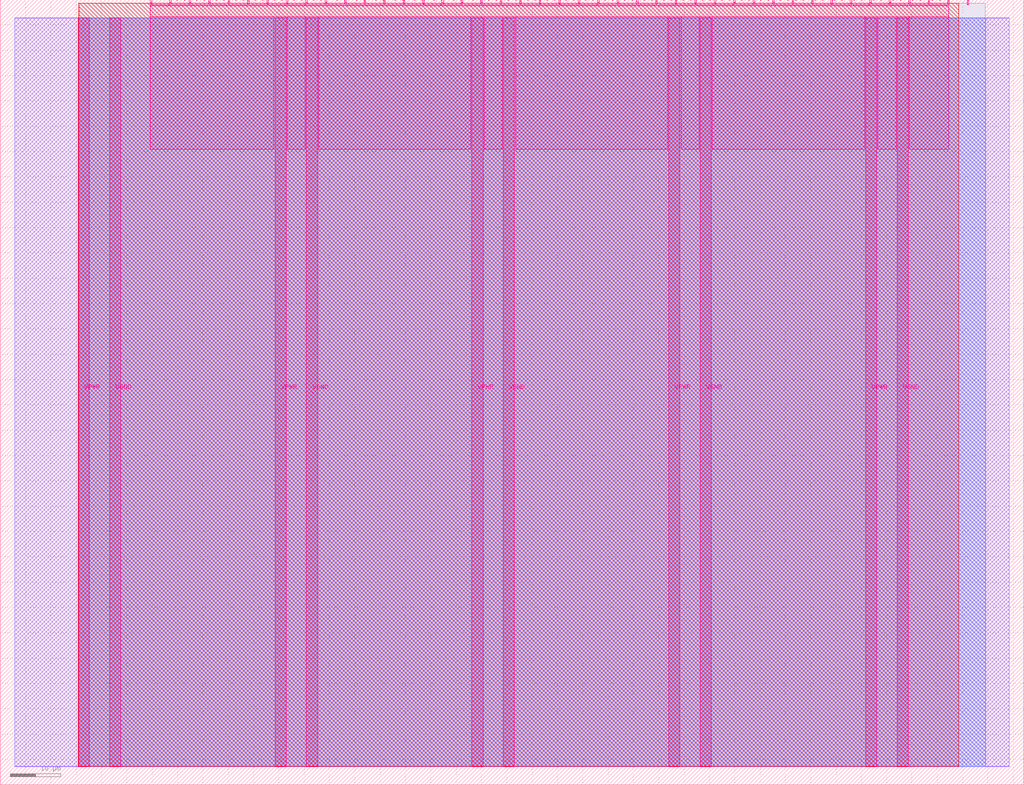
<source format=lef>
VERSION 5.7 ;
  NOWIREEXTENSIONATPIN ON ;
  DIVIDERCHAR "/" ;
  BUSBITCHARS "[]" ;
MACRO tt_um_juarez_jimenez
  CLASS BLOCK ;
  FOREIGN tt_um_juarez_jimenez ;
  ORIGIN 0.000 0.000 ;
  SIZE 202.080 BY 154.980 ;
  PIN VGND
    DIRECTION INOUT ;
    USE GROUND ;
    PORT
      LAYER Metal5 ;
        RECT 21.580 3.560 23.780 151.420 ;
    END
    PORT
      LAYER Metal5 ;
        RECT 60.450 3.560 62.650 151.420 ;
    END
    PORT
      LAYER Metal5 ;
        RECT 99.320 3.560 101.520 151.420 ;
    END
    PORT
      LAYER Metal5 ;
        RECT 138.190 3.560 140.390 151.420 ;
    END
    PORT
      LAYER Metal5 ;
        RECT 177.060 3.560 179.260 151.420 ;
    END
  END VGND
  PIN VPWR
    DIRECTION INOUT ;
    USE POWER ;
    PORT
      LAYER Metal5 ;
        RECT 15.380 3.560 17.580 151.420 ;
    END
    PORT
      LAYER Metal5 ;
        RECT 54.250 3.560 56.450 151.420 ;
    END
    PORT
      LAYER Metal5 ;
        RECT 93.120 3.560 95.320 151.420 ;
    END
    PORT
      LAYER Metal5 ;
        RECT 131.990 3.560 134.190 151.420 ;
    END
    PORT
      LAYER Metal5 ;
        RECT 170.860 3.560 173.060 151.420 ;
    END
  END VPWR
  PIN clk
    DIRECTION INPUT ;
    USE SIGNAL ;
    ANTENNAGATEAREA 0.213200 ;
    PORT
      LAYER Metal5 ;
        RECT 187.050 153.980 187.350 154.980 ;
    END
  END clk
  PIN ena
    DIRECTION INPUT ;
    USE SIGNAL ;
    PORT
      LAYER Metal5 ;
        RECT 190.890 153.980 191.190 154.980 ;
    END
  END ena
  PIN rst_n
    DIRECTION INPUT ;
    USE SIGNAL ;
    ANTENNAGATEAREA 0.527800 ;
    PORT
      LAYER Metal5 ;
        RECT 183.210 153.980 183.510 154.980 ;
    END
  END rst_n
  PIN ui_in[0]
    DIRECTION INPUT ;
    USE SIGNAL ;
    ANTENNAGATEAREA 0.180700 ;
    PORT
      LAYER Metal5 ;
        RECT 179.370 153.980 179.670 154.980 ;
    END
  END ui_in[0]
  PIN ui_in[1]
    DIRECTION INPUT ;
    USE SIGNAL ;
    ANTENNAGATEAREA 0.180700 ;
    PORT
      LAYER Metal5 ;
        RECT 175.530 153.980 175.830 154.980 ;
    END
  END ui_in[1]
  PIN ui_in[2]
    DIRECTION INPUT ;
    USE SIGNAL ;
    ANTENNAGATEAREA 0.180700 ;
    PORT
      LAYER Metal5 ;
        RECT 171.690 153.980 171.990 154.980 ;
    END
  END ui_in[2]
  PIN ui_in[3]
    DIRECTION INPUT ;
    USE SIGNAL ;
    ANTENNAGATEAREA 0.180700 ;
    PORT
      LAYER Metal5 ;
        RECT 167.850 153.980 168.150 154.980 ;
    END
  END ui_in[3]
  PIN ui_in[4]
    DIRECTION INPUT ;
    USE SIGNAL ;
    ANTENNAGATEAREA 0.180700 ;
    PORT
      LAYER Metal5 ;
        RECT 164.010 153.980 164.310 154.980 ;
    END
  END ui_in[4]
  PIN ui_in[5]
    DIRECTION INPUT ;
    USE SIGNAL ;
    ANTENNAGATEAREA 0.180700 ;
    PORT
      LAYER Metal5 ;
        RECT 160.170 153.980 160.470 154.980 ;
    END
  END ui_in[5]
  PIN ui_in[6]
    DIRECTION INPUT ;
    USE SIGNAL ;
    ANTENNAGATEAREA 0.180700 ;
    PORT
      LAYER Metal5 ;
        RECT 156.330 153.980 156.630 154.980 ;
    END
  END ui_in[6]
  PIN ui_in[7]
    DIRECTION INPUT ;
    USE SIGNAL ;
    ANTENNAGATEAREA 0.180700 ;
    PORT
      LAYER Metal5 ;
        RECT 152.490 153.980 152.790 154.980 ;
    END
  END ui_in[7]
  PIN uio_in[0]
    DIRECTION INPUT ;
    USE SIGNAL ;
    PORT
      LAYER Metal5 ;
        RECT 148.650 153.980 148.950 154.980 ;
    END
  END uio_in[0]
  PIN uio_in[1]
    DIRECTION INPUT ;
    USE SIGNAL ;
    PORT
      LAYER Metal5 ;
        RECT 144.810 153.980 145.110 154.980 ;
    END
  END uio_in[1]
  PIN uio_in[2]
    DIRECTION INPUT ;
    USE SIGNAL ;
    PORT
      LAYER Metal5 ;
        RECT 140.970 153.980 141.270 154.980 ;
    END
  END uio_in[2]
  PIN uio_in[3]
    DIRECTION INPUT ;
    USE SIGNAL ;
    PORT
      LAYER Metal5 ;
        RECT 137.130 153.980 137.430 154.980 ;
    END
  END uio_in[3]
  PIN uio_in[4]
    DIRECTION INPUT ;
    USE SIGNAL ;
    PORT
      LAYER Metal5 ;
        RECT 133.290 153.980 133.590 154.980 ;
    END
  END uio_in[4]
  PIN uio_in[5]
    DIRECTION INPUT ;
    USE SIGNAL ;
    PORT
      LAYER Metal5 ;
        RECT 129.450 153.980 129.750 154.980 ;
    END
  END uio_in[5]
  PIN uio_in[6]
    DIRECTION INPUT ;
    USE SIGNAL ;
    PORT
      LAYER Metal5 ;
        RECT 125.610 153.980 125.910 154.980 ;
    END
  END uio_in[6]
  PIN uio_in[7]
    DIRECTION INPUT ;
    USE SIGNAL ;
    PORT
      LAYER Metal5 ;
        RECT 121.770 153.980 122.070 154.980 ;
    END
  END uio_in[7]
  PIN uio_oe[0]
    DIRECTION OUTPUT ;
    USE SIGNAL ;
    ANTENNADIFFAREA 0.299200 ;
    PORT
      LAYER Metal5 ;
        RECT 56.490 153.980 56.790 154.980 ;
    END
  END uio_oe[0]
  PIN uio_oe[1]
    DIRECTION OUTPUT ;
    USE SIGNAL ;
    ANTENNADIFFAREA 0.299200 ;
    PORT
      LAYER Metal5 ;
        RECT 52.650 153.980 52.950 154.980 ;
    END
  END uio_oe[1]
  PIN uio_oe[2]
    DIRECTION OUTPUT ;
    USE SIGNAL ;
    ANTENNADIFFAREA 0.299200 ;
    PORT
      LAYER Metal5 ;
        RECT 48.810 153.980 49.110 154.980 ;
    END
  END uio_oe[2]
  PIN uio_oe[3]
    DIRECTION OUTPUT ;
    USE SIGNAL ;
    ANTENNADIFFAREA 0.299200 ;
    PORT
      LAYER Metal5 ;
        RECT 44.970 153.980 45.270 154.980 ;
    END
  END uio_oe[3]
  PIN uio_oe[4]
    DIRECTION OUTPUT ;
    USE SIGNAL ;
    ANTENNADIFFAREA 0.299200 ;
    PORT
      LAYER Metal5 ;
        RECT 41.130 153.980 41.430 154.980 ;
    END
  END uio_oe[4]
  PIN uio_oe[5]
    DIRECTION OUTPUT ;
    USE SIGNAL ;
    ANTENNADIFFAREA 0.299200 ;
    PORT
      LAYER Metal5 ;
        RECT 37.290 153.980 37.590 154.980 ;
    END
  END uio_oe[5]
  PIN uio_oe[6]
    DIRECTION OUTPUT ;
    USE SIGNAL ;
    ANTENNADIFFAREA 0.299200 ;
    PORT
      LAYER Metal5 ;
        RECT 33.450 153.980 33.750 154.980 ;
    END
  END uio_oe[6]
  PIN uio_oe[7]
    DIRECTION OUTPUT ;
    USE SIGNAL ;
    ANTENNADIFFAREA 0.299200 ;
    PORT
      LAYER Metal5 ;
        RECT 29.610 153.980 29.910 154.980 ;
    END
  END uio_oe[7]
  PIN uio_out[0]
    DIRECTION OUTPUT ;
    USE SIGNAL ;
    ANTENNADIFFAREA 0.299200 ;
    PORT
      LAYER Metal5 ;
        RECT 87.210 153.980 87.510 154.980 ;
    END
  END uio_out[0]
  PIN uio_out[1]
    DIRECTION OUTPUT ;
    USE SIGNAL ;
    ANTENNADIFFAREA 0.299200 ;
    PORT
      LAYER Metal5 ;
        RECT 83.370 153.980 83.670 154.980 ;
    END
  END uio_out[1]
  PIN uio_out[2]
    DIRECTION OUTPUT ;
    USE SIGNAL ;
    ANTENNADIFFAREA 0.299200 ;
    PORT
      LAYER Metal5 ;
        RECT 79.530 153.980 79.830 154.980 ;
    END
  END uio_out[2]
  PIN uio_out[3]
    DIRECTION OUTPUT ;
    USE SIGNAL ;
    ANTENNADIFFAREA 0.299200 ;
    PORT
      LAYER Metal5 ;
        RECT 75.690 153.980 75.990 154.980 ;
    END
  END uio_out[3]
  PIN uio_out[4]
    DIRECTION OUTPUT ;
    USE SIGNAL ;
    ANTENNADIFFAREA 0.299200 ;
    PORT
      LAYER Metal5 ;
        RECT 71.850 153.980 72.150 154.980 ;
    END
  END uio_out[4]
  PIN uio_out[5]
    DIRECTION OUTPUT ;
    USE SIGNAL ;
    ANTENNADIFFAREA 0.299200 ;
    PORT
      LAYER Metal5 ;
        RECT 68.010 153.980 68.310 154.980 ;
    END
  END uio_out[5]
  PIN uio_out[6]
    DIRECTION OUTPUT ;
    USE SIGNAL ;
    ANTENNADIFFAREA 0.299200 ;
    PORT
      LAYER Metal5 ;
        RECT 64.170 153.980 64.470 154.980 ;
    END
  END uio_out[6]
  PIN uio_out[7]
    DIRECTION OUTPUT ;
    USE SIGNAL ;
    ANTENNADIFFAREA 0.299200 ;
    PORT
      LAYER Metal5 ;
        RECT 60.330 153.980 60.630 154.980 ;
    END
  END uio_out[7]
  PIN uo_out[0]
    DIRECTION OUTPUT ;
    USE SIGNAL ;
    ANTENNADIFFAREA 0.654800 ;
    PORT
      LAYER Metal5 ;
        RECT 117.930 153.980 118.230 154.980 ;
    END
  END uo_out[0]
  PIN uo_out[1]
    DIRECTION OUTPUT ;
    USE SIGNAL ;
    ANTENNADIFFAREA 0.654800 ;
    PORT
      LAYER Metal5 ;
        RECT 114.090 153.980 114.390 154.980 ;
    END
  END uo_out[1]
  PIN uo_out[2]
    DIRECTION OUTPUT ;
    USE SIGNAL ;
    ANTENNADIFFAREA 0.654800 ;
    PORT
      LAYER Metal5 ;
        RECT 110.250 153.980 110.550 154.980 ;
    END
  END uo_out[2]
  PIN uo_out[3]
    DIRECTION OUTPUT ;
    USE SIGNAL ;
    ANTENNADIFFAREA 0.654800 ;
    PORT
      LAYER Metal5 ;
        RECT 106.410 153.980 106.710 154.980 ;
    END
  END uo_out[3]
  PIN uo_out[4]
    DIRECTION OUTPUT ;
    USE SIGNAL ;
    ANTENNADIFFAREA 0.654800 ;
    PORT
      LAYER Metal5 ;
        RECT 102.570 153.980 102.870 154.980 ;
    END
  END uo_out[4]
  PIN uo_out[5]
    DIRECTION OUTPUT ;
    USE SIGNAL ;
    ANTENNADIFFAREA 0.654800 ;
    PORT
      LAYER Metal5 ;
        RECT 98.730 153.980 99.030 154.980 ;
    END
  END uo_out[5]
  PIN uo_out[6]
    DIRECTION OUTPUT ;
    USE SIGNAL ;
    ANTENNADIFFAREA 0.654800 ;
    PORT
      LAYER Metal5 ;
        RECT 94.890 153.980 95.190 154.980 ;
    END
  END uo_out[6]
  PIN uo_out[7]
    DIRECTION OUTPUT ;
    USE SIGNAL ;
    ANTENNADIFFAREA 0.654800 ;
    PORT
      LAYER Metal5 ;
        RECT 91.050 153.980 91.350 154.980 ;
    END
  END uo_out[7]
  OBS
      LAYER GatPoly ;
        RECT 2.880 3.630 199.200 151.350 ;
      LAYER Metal1 ;
        RECT 2.880 3.560 199.200 151.420 ;
      LAYER Metal2 ;
        RECT 15.515 3.680 194.545 151.300 ;
      LAYER Metal3 ;
        RECT 15.560 3.635 194.500 154.285 ;
      LAYER Metal4 ;
        RECT 15.515 3.680 189.265 154.240 ;
      LAYER Metal5 ;
        RECT 30.120 153.770 33.240 153.980 ;
        RECT 33.960 153.770 37.080 153.980 ;
        RECT 37.800 153.770 40.920 153.980 ;
        RECT 41.640 153.770 44.760 153.980 ;
        RECT 45.480 153.770 48.600 153.980 ;
        RECT 49.320 153.770 52.440 153.980 ;
        RECT 53.160 153.770 56.280 153.980 ;
        RECT 57.000 153.770 60.120 153.980 ;
        RECT 60.840 153.770 63.960 153.980 ;
        RECT 64.680 153.770 67.800 153.980 ;
        RECT 68.520 153.770 71.640 153.980 ;
        RECT 72.360 153.770 75.480 153.980 ;
        RECT 76.200 153.770 79.320 153.980 ;
        RECT 80.040 153.770 83.160 153.980 ;
        RECT 83.880 153.770 87.000 153.980 ;
        RECT 87.720 153.770 90.840 153.980 ;
        RECT 91.560 153.770 94.680 153.980 ;
        RECT 95.400 153.770 98.520 153.980 ;
        RECT 99.240 153.770 102.360 153.980 ;
        RECT 103.080 153.770 106.200 153.980 ;
        RECT 106.920 153.770 110.040 153.980 ;
        RECT 110.760 153.770 113.880 153.980 ;
        RECT 114.600 153.770 117.720 153.980 ;
        RECT 118.440 153.770 121.560 153.980 ;
        RECT 122.280 153.770 125.400 153.980 ;
        RECT 126.120 153.770 129.240 153.980 ;
        RECT 129.960 153.770 133.080 153.980 ;
        RECT 133.800 153.770 136.920 153.980 ;
        RECT 137.640 153.770 140.760 153.980 ;
        RECT 141.480 153.770 144.600 153.980 ;
        RECT 145.320 153.770 148.440 153.980 ;
        RECT 149.160 153.770 152.280 153.980 ;
        RECT 153.000 153.770 156.120 153.980 ;
        RECT 156.840 153.770 159.960 153.980 ;
        RECT 160.680 153.770 163.800 153.980 ;
        RECT 164.520 153.770 167.640 153.980 ;
        RECT 168.360 153.770 171.480 153.980 ;
        RECT 172.200 153.770 175.320 153.980 ;
        RECT 176.040 153.770 179.160 153.980 ;
        RECT 179.880 153.770 183.000 153.980 ;
        RECT 183.720 153.770 186.840 153.980 ;
        RECT 29.660 151.630 187.300 153.770 ;
        RECT 29.660 125.435 54.040 151.630 ;
        RECT 56.660 125.435 60.240 151.630 ;
        RECT 62.860 125.435 92.910 151.630 ;
        RECT 95.530 125.435 99.110 151.630 ;
        RECT 101.730 125.435 131.780 151.630 ;
        RECT 134.400 125.435 137.980 151.630 ;
        RECT 140.600 125.435 170.650 151.630 ;
        RECT 173.270 125.435 176.850 151.630 ;
        RECT 179.470 125.435 187.300 151.630 ;
  END
END tt_um_juarez_jimenez
END LIBRARY


</source>
